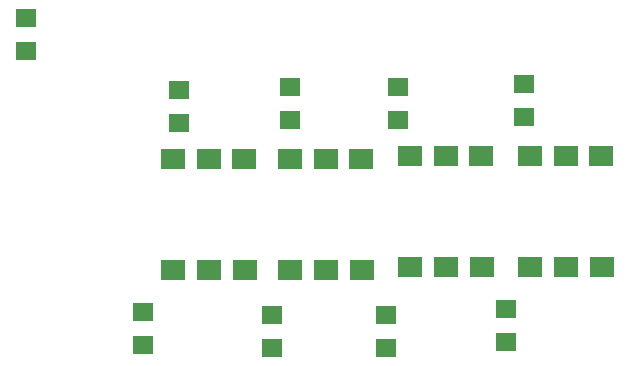
<source format=gbp>
G04 ---------------------------- Layer name :BOTTOM PASTER LAYER*
G04 Sat, 24 Nov 2018 04:00:05 GMT*
G04 67e7144068ef4060983f5ba8a8309223*
G04 Gerber Generator version 0.2*
G04 Scale: 100 percent, Rotated: No, Reflected: No *
G04 Dimensions in inches *
G04 leading zeros omitted , absolute positions ,2 integer and 4 decimal *
%FSLAX24Y24*%
%MOIN*%
G90*
G70D02*

%ADD17R,0.078740X0.070866*%
%ADD18R,0.070900X0.063000*%

G04 ---------------------------- copperAreaA Start*

G04 ---------------------------- copperAreaA End*

G04 ---------------------------- planeZoneA Start*

G04 ---------------------------- planeZoneA End*

G04 ---------------------------- Positive polarity*

%LPD*%

G04 ---------------------------- track start*

G04 ---------------------------- track end*

G04 ---------------------------- text start*

G04 ---------------------------- text end*

G04 ---------------------------- protractor start*

G04 ---------------------------- protractor end*

G04 ---------------------------- PAD Start*
G54D17*
G01X14100Y15950D03*
G01X16493Y15950D03*
G01X16499Y12250D03*
G01X15301Y12251D03*
G01X14105Y12251D03*
G01X15297Y15950D03*
G01X10100Y15850D03*
G01X11297Y15850D03*
G01X12493Y15850D03*
G01X12499Y12150D03*
G01X11301Y12151D03*
G01X10105Y12151D03*
G01X6200Y15850D03*
G01X7397Y15850D03*
G01X8593Y15850D03*
G01X8599Y12150D03*
G01X7401Y12151D03*
G01X6205Y12151D03*
G54D18*
G01X6400Y18150D03*
G01X6400Y17050D03*
G01X13300Y10650D03*
G01X13300Y9550D03*
G01X17300Y10850D03*
G01X17300Y9750D03*
G01X5200Y10750D03*
G01X5200Y9650D03*
G01X10100Y18250D03*
G01X10100Y17150D03*
G01X9500Y10650D03*
G01X9500Y9550D03*
G01X13700Y18250D03*
G01X13700Y17150D03*
G01X17900Y18350D03*
G01X17900Y17250D03*
G54D17*
G01X18100Y15950D03*
G01X19297Y15950D03*
G01X20493Y15950D03*
G01X20499Y12250D03*
G01X19301Y12251D03*
G01X18105Y12251D03*
G54D18*
G01X1300Y19450D03*
G01X1300Y20550D03*

G04 ---------------------------- PAD End*

G04 ---------------------------- ARC Start*

G04 ---------------------------- ARC End*

G04 ---------------------------- CIRCLE Start*

G04 ---------------------------- CIRCLE End*

G04 ---------------------------- RECT Start*

G04 ---------------------------- RECT End*

G04 ---------------------------- SOLIDREGION Start*

G04 ---------------------------- SOLIDREGION End*

G04 ---------------------------- ALL layer Pad Via Start*

G04 ---------------------------- ALL layer Pad Via End*
M00*
M02*

</source>
